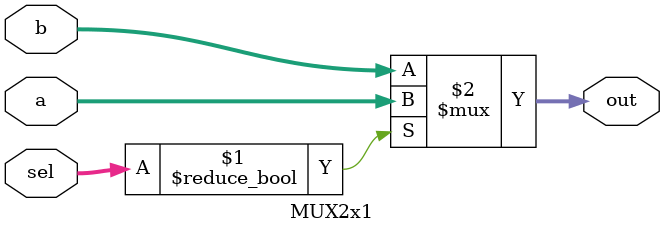
<source format=v>
module MUX2x1(
    // Inputs
    input  wire [31:0] a, b,
    input  wire [1:0] sel,

    // Output
    output wire [31:0] out
);

assign out = sel ? a : b;

endmodule

</source>
